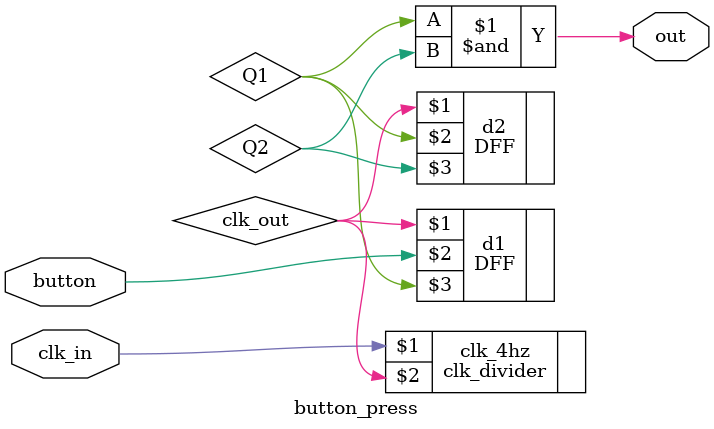
<source format=v>
`timescale 1ns / 1ps

module button_push(
input clk_in,button,
output out
    );
    wire clk_out;
    wire Q1,Q1_bar,Q2,Q2_bar;
    clk_divider #(.DIV(28'd4)) clk_4hz(clk_in,clk_out);
    DFF d1(clk_out,button,Q1);
    DFF d2(clk_out,Q1,Q2,Q2_bar);
    assign out = Q1 & Q2_bar;
endmodule

module button_press(
input clk_in,button,
output out
    );
    wire clk_out;
    wire Q1,Q2;
    clk_divider #(.DIV(4)) clk_4hz(clk_in,clk_out);
    DFF d1(clk_out,button,Q1);
    DFF d2(clk_out,Q1,Q2);
    assign out = Q1 & Q2;
endmodule
</source>
